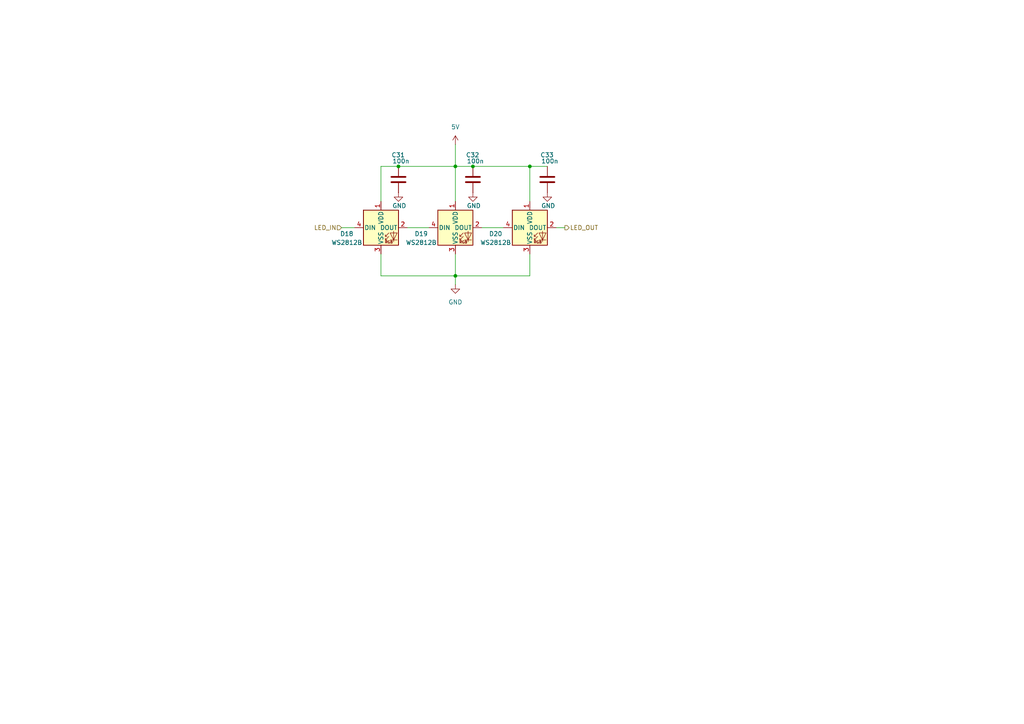
<source format=kicad_sch>
(kicad_sch (version 20250114) (generator "eeschema") (generator_version "9.0")
  (paper "A4")
  (lib_symbols
    (symbol "Device:C" (pin_numbers (hide yes)) (pin_names (offset 0.254))
      (property "Reference" "C" (at 0.635 2.54 0))
      (property "Value" "C" (at 0.635 -2.54 0))
      (symbol "C_0_1"
        (polyline (pts (xy -2.032 0.762) (xy 2.032 0.762)) (stroke (width 0.508)))
        (polyline (pts (xy -2.032 -0.762) (xy 2.032 -0.762)) (stroke (width 0.508)))
      )
      (symbol "C_1_1"
        (pin passive line (at 0 3.81 270) (length 2.794) (name "~") (number "1"))
        (pin passive line (at 0 -3.81 90) (length 2.794) (name "~") (number "2"))
      )
    )
    (symbol "LED:WS2812B" (pin_names (offset 0.254))
      (property "Reference" "D" (at 5.08 5.715 0))
      (property "Value" "WS2812B" (at 1.27 -5.715 0))
      (symbol "WS2812B_0_0"
        (text "RGB" (at 2.286 -4.191 0) (effects (font (size 0.762 0.762))))
      )
      (symbol "WS2812B_0_1"
        (polyline (pts (xy 1.27 -2.54) (xy 1.778 -2.54)))
        (polyline (pts (xy 1.27 -3.556) (xy 1.778 -3.556)))
        (polyline (pts (xy 2.286 -1.524) (xy 1.27 -2.54) (xy 1.27 -2.032)))
        (polyline (pts (xy 2.286 -2.54) (xy 1.27 -3.556) (xy 1.27 -3.048)))
        (polyline (pts (xy 3.683 -1.016) (xy 3.683 -3.556) (xy 3.683 -4.064)))
        (polyline (pts (xy 4.699 -1.524) (xy 2.667 -1.524) (xy 3.683 -3.556) (xy 4.699 -1.524)))
        (polyline (pts (xy 4.699 -3.556) (xy 2.667 -3.556)))
        (rectangle (start 5.08 5.08) (end -5.08 -5.08) (stroke (width 0.254)) (fill (type background)))
      )
      (symbol "WS2812B_1_1"
        (pin input line (at -7.62 0 0) (length 2.54) (name "DIN") (number "4"))
        (pin power_in line (at 0 7.62 270) (length 2.54) (name "VDD") (number "1"))
        (pin power_in line (at 0 -7.62 90) (length 2.54) (name "VSS") (number "3"))
        (pin output line (at 7.62 0 180) (length 2.54) (name "DOUT") (number "2"))
      )
    )
    (symbol "power:GND" (power) (pin_numbers (hide yes)) (pin_names (offset 0) (hide yes))
      (property "Value" "GND" (at 0 -3.81 0))
      (symbol "GND_0_1"
        (polyline (pts (xy 0 0) (xy 0 -1.27) (xy 1.27 -1.27) (xy 0 -2.54) (xy -1.27 -1.27) (xy 0 -1.27)))
      )
      (symbol "GND_1_1"
        (pin power_in line (at 0 0 270) (length 0) (name "~") (number "1"))
      )
    )
    (symbol "power:VCC" (power) (pin_numbers (hide yes)) (pin_names (offset 0) (hide yes))
      (property "Value" "VCC" (at 0 3.556 0))
      (symbol "VCC_0_1"
        (polyline (pts (xy -0.762 1.27) (xy 0 2.54)))
        (polyline (pts (xy 0 2.54) (xy 0.762 1.27)))
        (polyline (pts (xy 0 0) (xy 0 2.54)))
      )
      (symbol "VCC_1_1"
        (pin power_in line (at 0 0 90) (length 0) (name "~") (number "1"))
      )
    )
  )
  (junction (at 153.67 48.26))
  (junction (at 132.08 80.01))
  (junction (at 132.08 48.26))
  (junction (at 137.16 48.26))
  (junction (at 115.57 48.26))
  (wire (pts (xy 153.67 48.26) (xy 153.67 58.42)))
  (wire (pts (xy 153.67 80.01) (xy 132.08 80.01)))
  (wire (pts (xy 110.49 80.01) (xy 110.49 73.66)))
  (wire (pts (xy 110.49 48.26) (xy 110.49 58.42)))
  (wire (pts (xy 163.83 66.04) (xy 161.29 66.04)))
  (wire (pts (xy 158.75 48.26) (xy 153.67 48.26)))
  (wire (pts (xy 153.67 48.26) (xy 137.16 48.26)))
  (wire (pts (xy 132.08 48.26) (xy 132.08 58.42)))
  (wire (pts (xy 132.08 80.01) (xy 110.49 80.01)))
  (wire (pts (xy 132.08 41.91) (xy 132.08 48.26)))
  (wire (pts (xy 99.06 66.04) (xy 102.87 66.04)))
  (wire (pts (xy 132.08 48.26) (xy 115.57 48.26)))
  (wire (pts (xy 153.67 80.01) (xy 153.67 73.66)))
  (wire (pts (xy 118.11 66.04) (xy 124.46 66.04)))
  (wire (pts (xy 115.57 48.26) (xy 110.49 48.26)))
  (wire (pts (xy 139.7 66.04) (xy 146.05 66.04)))
  (wire (pts (xy 132.08 80.01) (xy 132.08 82.55)))
  (wire (pts (xy 137.16 48.26) (xy 132.08 48.26)))
  (wire (pts (xy 132.08 80.01) (xy 132.08 73.66)))
  (hierarchical_label "LED_OUT" (shape output) (at 163.83 66.04 0))
  (hierarchical_label "LED_IN" (shape input) (at 99.06 66.04 180))
  (symbol (lib_id "Device:C") (at 158.75 52.07 0) (unit 1)
    (property "Reference" "C33" (at 156.718 44.958 0) (effects (justify left)))
    (property "Value" "100n" (at 156.972 46.736 0) (effects (justify left)))
    (property "Footprint" "Capacitor_SMD:C_0402_1005Metric_Pad0.74x0.62mm_HandSolder" (effects (hide yes)))
    (property "Description" "Unpolarized capacitor" (effects (hide yes)))
  )
  (symbol (lib_id "LED:WS2812B") (at 153.67 66.04 0) (unit 1)
    (property "Reference" "D20" (at 143.764 67.818 0))
    (property "Value" "WS2812B" (at 143.764 70.358 0))
    (property "Footprint" "LED_SMD:LED_WS2812B-2020_PLCC4_2.0x2.0mm" (effects (hide yes)))
    (property "Datasheet" "https://cdn-shop.adafruit.com/datasheets/WS2812B.pdf" (effects (hide yes)))
    (property "Description" "RGB LED with integrated controller" (effects (hide yes)))
  )
  (symbol (lib_id "power:VCC") (at 132.08 41.91 0) (unit 1)
    (property "Reference" "#PWR053" (effects (hide yes)))
    (property "Value" "5V" (at 132.08 36.83 0))
    (property "Description" "Power symbol creates a global label with name \"VCC\"" (effects (hide yes)))
  )
  (symbol (lib_id "LED:WS2812B") (at 110.49 66.04 0) (unit 1)
    (property "Reference" "D18" (at 100.584 67.818 0))
    (property "Value" "WS2812B" (at 100.584 70.358 0))
    (property "Footprint" "LED_SMD:LED_WS2812B-2020_PLCC4_2.0x2.0mm" (effects (hide yes)))
    (property "Datasheet" "https://cdn-shop.adafruit.com/datasheets/WS2812B.pdf" (effects (hide yes)))
    (property "Description" "RGB LED with integrated controller" (effects (hide yes)))
  )
  (symbol (lib_id "Device:C") (at 137.16 52.07 0) (unit 1)
    (property "Reference" "C32" (at 135.128 44.958 0) (effects (justify left)))
    (property "Value" "100n" (at 135.382 46.736 0) (effects (justify left)))
    (property "Footprint" "Capacitor_SMD:C_0402_1005Metric_Pad0.74x0.62mm_HandSolder" (effects (hide yes)))
    (property "Description" "Unpolarized capacitor" (effects (hide yes)))
  )
  (symbol (lib_id "power:GND") (at 137.16 55.88 0) (unit 1)
    (property "Reference" "#PWR050" (effects (hide yes)))
    (property "Value" "GND" (at 137.414 59.69 0))
    (property "Description" "Power symbol creates a global label with name \"GND\" , ground" (effects (hide yes)))
  )
  (symbol (lib_id "Device:C") (at 115.57 52.07 0) (unit 1)
    (property "Reference" "C31" (at 113.538 44.958 0) (effects (justify left)))
    (property "Value" "100n" (at 113.792 46.736 0) (effects (justify left)))
    (property "Footprint" "Capacitor_SMD:C_0402_1005Metric_Pad0.74x0.62mm_HandSolder" (effects (hide yes)))
    (property "Description" "Unpolarized capacitor" (effects (hide yes)))
  )
  (symbol (lib_id "power:GND") (at 158.75 55.88 0) (unit 1)
    (property "Reference" "#PWR051" (effects (hide yes)))
    (property "Value" "GND" (at 159.004 59.69 0))
    (property "Description" "Power symbol creates a global label with name \"GND\" , ground" (effects (hide yes)))
  )
  (symbol (lib_id "power:GND") (at 115.57 55.88 0) (unit 1)
    (property "Reference" "#PWR049" (effects (hide yes)))
    (property "Value" "GND" (at 115.824 59.69 0))
    (property "Description" "Power symbol creates a global label with name \"GND\" , ground" (effects (hide yes)))
  )
  (symbol (lib_id "power:GND") (at 132.08 82.55 0) (unit 1)
    (property "Reference" "#PWR052" (effects (hide yes)))
    (property "Value" "GND" (at 132.08 87.63 0))
    (property "Description" "Power symbol creates a global label with name \"GND\" , ground" (effects (hide yes)))
  )
  (symbol (lib_id "LED:WS2812B") (at 132.08 66.04 0) (unit 1)
    (property "Reference" "D19" (at 122.174 67.818 0))
    (property "Value" "WS2812B" (at 122.174 70.358 0))
    (property "Footprint" "LED_SMD:LED_WS2812B-2020_PLCC4_2.0x2.0mm" (effects (hide yes)))
    (property "Datasheet" "https://cdn-shop.adafruit.com/datasheets/WS2812B.pdf" (effects (hide yes)))
    (property "Description" "RGB LED with integrated controller" (effects (hide yes)))
  )
)
</source>
